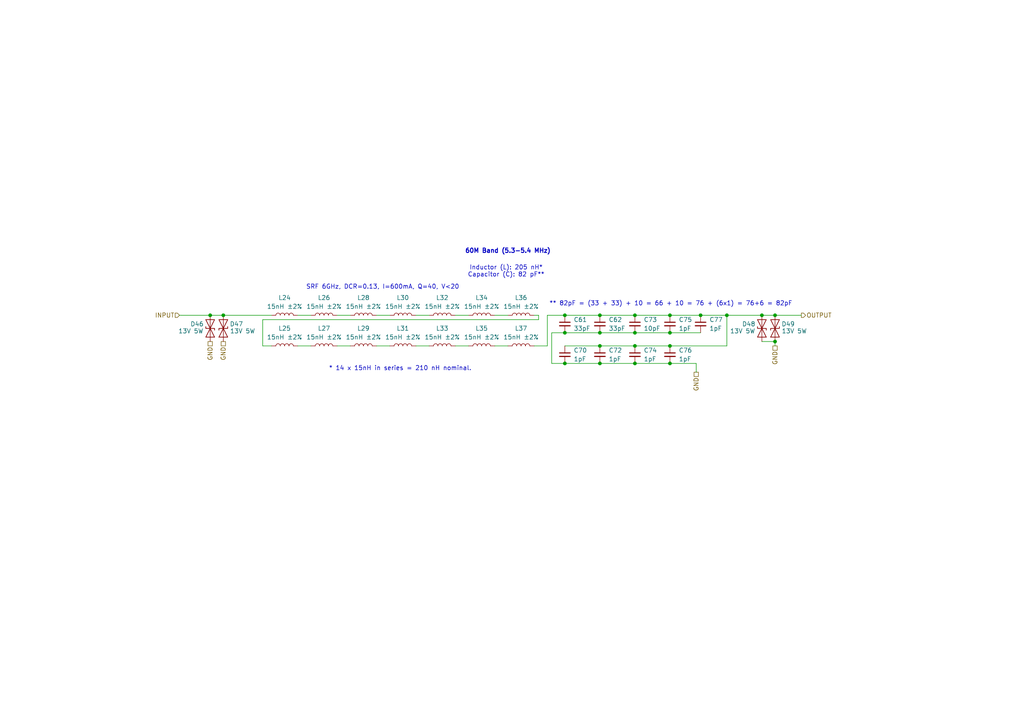
<source format=kicad_sch>
(kicad_sch (version 20231120) (generator "eeschema") (generator_version "8.0")
  (paper "A4")
  (lib_symbols
    (symbol "Device:C_Small" (pin_numbers hide) (pin_names (offset 0.254) hide)
      (property "Reference" "C" (at 0.254 1.778 0))
      (property "Value" "C_Small" (at 0.254 -2.032 0))
      (symbol "C_Small_0_1"
        (polyline (pts (xy -1.524 -0.508) (xy 1.524 -0.508)) (stroke (width 0.3302)))
        (polyline (pts (xy -1.524 0.508) (xy 1.524 0.508)) (stroke (width 0.3048)))
      )
      (symbol "C_Small_1_1"
        (pin passive line (at 0 2.54 270) (length 2.032) (name "~") (number "1"))
        (pin passive line (at 0 -2.54 90) (length 2.032) (name "~") (number "2"))
      )
    )
    (symbol "Device:L" (pin_numbers hide) (pin_names (offset 1.016) hide)
      (property "Reference" "L" (at -1.27 0 90))
      (property "Value" "L" (at 1.905 0 90))
      (symbol "L_0_1"
        (arc (start 0 -2.54) (mid 0.6323 -1.905) (end 0 -1.27))
        (arc (start 0 -1.27) (mid 0.6323 -0.635) (end 0 0))
        (arc (start 0 0) (mid 0.6323 0.635) (end 0 1.27))
        (arc (start 0 1.27) (mid 0.6323 1.905) (end 0 2.54))
      )
      (symbol "L_1_1"
        (pin passive line (at 0 3.81 270) (length 1.27) (name "1") (number "1"))
        (pin passive line (at 0 -3.81 90) (length 1.27) (name "2") (number "2"))
      )
    )
    (symbol "Diode:SD15_SOD323" (pin_numbers hide) (pin_names (offset 1.016) hide)
      (property "Reference" "D" (at 0 2.54 0))
      (property "Value" "SD15_SOD323" (at 0 -2.54 0))
      (symbol "SD15_SOD323_0_1"
        (polyline (pts (xy 1.27 0) (xy -1.27 0)))
        (polyline (pts (xy -2.54 -1.27) (xy 0 0) (xy -2.54 1.27) (xy -2.54 -1.27)) (stroke (width 0.2032)))
        (polyline (pts (xy 0.508 1.27) (xy 0 1.27) (xy 0 -1.27) (xy -0.508 -1.27)) (stroke (width 0.2032)))
        (polyline (pts (xy 2.54 1.27) (xy 2.54 -1.27) (xy 0 0) (xy 2.54 1.27)) (stroke (width 0.2032)))
      )
      (symbol "SD15_SOD323_1_1"
        (pin passive line (at -3.81 0 0) (length 2.54) (name "A1") (number "1"))
        (pin passive line (at 3.81 0 180) (length 2.54) (name "A2") (number "2"))
      )
    )
  )
  (junction (at 184.15 105.41))
  (junction (at 173.99 105.41))
  (junction (at 184.15 100.33))
  (junction (at 203.2 91.44))
  (junction (at 194.31 100.33))
  (junction (at 220.98 91.44))
  (junction (at 163.83 96.52))
  (junction (at 173.99 100.33))
  (junction (at 224.79 99.06))
  (junction (at 194.31 91.44))
  (junction (at 210.82 91.44))
  (junction (at 184.15 91.44))
  (junction (at 224.79 91.44))
  (junction (at 60.96 91.44))
  (junction (at 163.83 91.44))
  (junction (at 173.99 91.44))
  (junction (at 64.77 91.44))
  (junction (at 194.31 105.41))
  (junction (at 184.15 96.52))
  (junction (at 163.83 105.41))
  (junction (at 194.31 96.52))
  (junction (at 173.99 96.52))
  (wire (pts (xy 158.75 91.44) (xy 163.83 91.44)))
  (wire (pts (xy 109.22 91.44) (xy 113.03 91.44)))
  (wire (pts (xy 160.02 96.52) (xy 160.02 105.41)))
  (wire (pts (xy 97.79 100.33) (xy 101.6 100.33)))
  (wire (pts (xy 163.83 100.33) (xy 173.99 100.33)))
  (wire (pts (xy 163.83 96.52) (xy 173.99 96.52)))
  (wire (pts (xy 86.36 100.33) (xy 90.17 100.33)))
  (wire (pts (xy 52.07 91.44) (xy 60.96 91.44)))
  (wire (pts (xy 154.94 100.33) (xy 158.75 100.33)))
  (wire (pts (xy 194.31 96.52) (xy 203.2 96.52)))
  (wire (pts (xy 173.99 100.33) (xy 184.15 100.33)))
  (wire (pts (xy 64.77 91.44) (xy 78.74 91.44)))
  (wire (pts (xy 203.2 91.44) (xy 194.31 91.44)))
  (wire (pts (xy 194.31 100.33) (xy 210.82 100.33)))
  (wire (pts (xy 224.79 99.06) (xy 224.79 100.33)))
  (wire (pts (xy 194.31 91.44) (xy 184.15 91.44)))
  (wire (pts (xy 160.02 96.52) (xy 163.83 96.52)))
  (wire (pts (xy 173.99 105.41) (xy 184.15 105.41)))
  (wire (pts (xy 220.98 91.44) (xy 224.79 91.44)))
  (wire (pts (xy 60.96 91.44) (xy 64.77 91.44)))
  (wire (pts (xy 97.79 91.44) (xy 101.6 91.44)))
  (wire (pts (xy 132.08 91.44) (xy 135.89 91.44)))
  (wire (pts (xy 210.82 100.33) (xy 210.82 91.44)))
  (wire (pts (xy 109.22 100.33) (xy 113.03 100.33)))
  (wire (pts (xy 143.51 91.44) (xy 147.32 91.44)))
  (wire (pts (xy 184.15 105.41) (xy 194.31 105.41)))
  (wire (pts (xy 173.99 91.44) (xy 184.15 91.44)))
  (wire (pts (xy 173.99 96.52) (xy 184.15 96.52)))
  (wire (pts (xy 120.65 91.44) (xy 124.46 91.44)))
  (wire (pts (xy 201.93 105.41) (xy 201.93 107.95)))
  (wire (pts (xy 78.74 100.33) (xy 76.2 100.33)))
  (wire (pts (xy 86.36 91.44) (xy 90.17 91.44)))
  (wire (pts (xy 220.98 99.06) (xy 224.79 99.06)))
  (wire (pts (xy 132.08 100.33) (xy 135.89 100.33)))
  (wire (pts (xy 76.2 100.33) (xy 76.2 92.71)))
  (wire (pts (xy 184.15 96.52) (xy 194.31 96.52)))
  (wire (pts (xy 194.31 105.41) (xy 201.93 105.41)))
  (wire (pts (xy 160.02 105.41) (xy 163.83 105.41)))
  (wire (pts (xy 163.83 91.44) (xy 173.99 91.44)))
  (wire (pts (xy 156.21 91.44) (xy 154.94 91.44)))
  (wire (pts (xy 210.82 91.44) (xy 220.98 91.44)))
  (wire (pts (xy 120.65 100.33) (xy 124.46 100.33)))
  (wire (pts (xy 158.75 91.44) (xy 158.75 100.33)))
  (wire (pts (xy 156.21 92.71) (xy 156.21 91.44)))
  (wire (pts (xy 224.79 91.44) (xy 232.41 91.44)))
  (wire (pts (xy 184.15 100.33) (xy 194.31 100.33)))
  (wire (pts (xy 210.82 91.44) (xy 203.2 91.44)))
  (wire (pts (xy 163.83 105.41) (xy 173.99 105.41)))
  (wire (pts (xy 143.51 100.33) (xy 147.32 100.33)))
  (wire (pts (xy 76.2 92.71) (xy 156.21 92.71)))
  (text "SRF 6GHz, DCR=0.13, I=600mA, Q=40, V<20" (at 110.998 83.312 0) (effects (font (size 1.27 1.27))))
  (text "60M Band (5.3-5.4 MHz)" (at 147.32 72.898 0) (effects (font (size 1.27 1.27) (thickness 0.254) (bold yes))))
  (text "* 14 x 15nH in series = 210 nH nominal." (at 116.078 106.934 0) (effects (font (size 1.27 1.27))))
  (text "** 82pF = (33 + 33) + 10 = 66 + 10 = 76 + (6x1) = 76+6 = 82pF" (at 194.564 88.138 0) (effects (font (size 1.27 1.27))))
  (text "Inductor (L): 205 nH*\nCapacitor (C): 82 pF**" (at 146.812 78.74 0) (effects (font (size 1.27 1.27))))
  (hierarchical_label "GND" (shape passive) (at 201.93 107.95 270))
  (hierarchical_label "GND" (shape passive) (at 64.77 99.06 270))
  (hierarchical_label "GND" (shape passive) (at 224.79 100.33 270))
  (hierarchical_label "INPUT" (shape input) (at 52.07 91.44 180))
  (hierarchical_label "OUTPUT" (shape output) (at 232.41 91.44 0))
  (hierarchical_label "GND" (shape passive) (at 60.96 99.06 270))
  (symbol (lib_id "Device:C_Small") (at 173.99 93.98 0) (unit 1)
    (property "Reference" "C62" (at 176.53 92.7162 0) (effects (justify left)))
    (property "Value" "33pF" (at 176.53 95.2562 0) (effects (justify left)))
    (property "Footprint" "Capacitor_SMD:C_1206_3216Metric" (effects (hide yes)))
    (property "Datasheet" "https://wmsc.lcsc.com/wmsc/upload/file/pdf/v2/lcsc/2304140030_Murata-Electronics-GRM31A5C2J330JW01D_C415521.pdf" (effects (hide yes)))
    (property "Description" "630V 33pF C0G ±5% 1206 Multilayer Ceramic Capacitors MLCC - SMD/SMT ROHS" (effects (hide yes)))
    (property "LCSC Part #" "C415521" (effects (hide yes)))
    (property "MPN" "GRM31A5C2J330JW01D" (effects (hide yes)))
    (property "Manufacturer" "Murata" (effects (hide yes)))
  )
  (symbol (lib_id "Device:C_Small") (at 173.99 102.87 0) (unit 1)
    (property "Reference" "C72" (at 176.53 101.6062 0) (effects (justify left)))
    (property "Value" "1pF" (at 176.53 104.1462 0) (effects (justify left)))
    (property "Footprint" "Capacitor_SMD:C_1206_3216Metric" (effects (hide yes)))
    (property "Datasheet" "https://wmsc.lcsc.com/wmsc/upload/file/pdf/v2/lcsc/2304140030_FH--Guangdong-Fenghua-Advanced-Tech-1206CG1R0C500NT_C1891.pdf" (effects (hide yes)))
    (property "Description" "Unpolarized capacitor, small symbol" (effects (hide yes)))
    (property "LCSC Part #" "C1891" (effects (hide yes)))
    (property "MPN" "1206CG1R0C500NT" (effects (hide yes)))
    (property "Manufacturer" "Fenghua" (effects (hide yes)))
  )
  (symbol (lib_id "Device:L") (at 116.84 91.44 90) (unit 1)
    (property "Reference" "L30" (at 116.84 86.36 90))
    (property "Value" "15nH ±2%" (at 116.84 88.9 90))
    (property "Footprint" "Inductor_SMD:L_0603_1608Metric" (effects (hide yes)))
    (property "Datasheet" "https://wmsc.lcsc.com/wmsc/upload/file/pdf/v2/lcsc/1810311111_Murata-Electronics-LQW18AN15NG00D_C86132.pdf" (effects (hide yes)))
    (property "Description" "600mA 15nH ±2% 0603 Power Inductors ROHS" (effects (hide yes)))
    (property "LCSC Part #" "C86132" (effects (hide yes)))
    (property "MPN" "LQW18AN15NG00D" (effects (hide yes)))
    (property "Manufacturer" "Murata" (effects (hide yes)))
  )
  (symbol (lib_id "Device:L") (at 128.27 100.33 90) (unit 1)
    (property "Reference" "L33" (at 128.27 95.25 90))
    (property "Value" "15nH ±2%" (at 128.27 97.79 90))
    (property "Footprint" "Inductor_SMD:L_0603_1608Metric" (effects (hide yes)))
    (property "Datasheet" "https://wmsc.lcsc.com/wmsc/upload/file/pdf/v2/lcsc/1810311111_Murata-Electronics-LQW18AN15NG00D_C86132.pdf" (effects (hide yes)))
    (property "Description" "600mA 15nH ±2% 0603 Power Inductors ROHS" (effects (hide yes)))
    (property "LCSC Part #" "C86132" (effects (hide yes)))
    (property "MPN" "LQW18AN15NG00D" (effects (hide yes)))
    (property "Manufacturer" "Murata" (effects (hide yes)))
  )
  (symbol (lib_id "Diode:SD15_SOD323") (at 220.98 95.25 90) (unit 1)
    (property "Reference" "D48" (at 217.17 93.98 90))
    (property "Value" "13V 5W" (at 215.392 96.012 90))
    (property "Footprint" "Diode_SMD:D_0603_1608Metric" (effects (hide yes)))
    (property "Datasheet" "https://wmsc.lcsc.com/wmsc/upload/file/pdf/v2/lcsc/1912111437_DOWO-SMB5350B_C284082.pdf" (effects (hide yes)))
    (property "Description" "Independent Type 5W 13V SMB(DO-214AA) Zener Diodes ROHS" (effects (hide yes)))
    (property "LCSC Part #" "C284082" (effects (hide yes)))
    (property "MPN" "SMB5350B" (effects (hide yes)))
    (property "Manufacturer" "DOWO" (effects (hide yes)))
  )
  (symbol (lib_id "Diode:SD15_SOD323") (at 224.79 95.25 270) (mirror x) (unit 1)
    (property "Reference" "D49" (at 228.6 93.98 90))
    (property "Value" "13V 5W" (at 230.378 96.012 90))
    (property "Footprint" "Diode_SMD:D_0603_1608Metric" (effects (hide yes)))
    (property "Datasheet" "https://wmsc.lcsc.com/wmsc/upload/file/pdf/v2/lcsc/1912111437_DOWO-SMB5350B_C284082.pdf" (effects (hide yes)))
    (property "Description" "Independent Type 5W 13V SMB(DO-214AA) Zener Diodes ROHS" (effects (hide yes)))
    (property "LCSC Part #" "C284082" (effects (hide yes)))
    (property "MPN" "SMB5350B" (effects (hide yes)))
    (property "Manufacturer" "DOWO" (effects (hide yes)))
  )
  (symbol (lib_id "Device:L") (at 139.7 91.44 90) (unit 1)
    (property "Reference" "L34" (at 139.7 86.36 90))
    (property "Value" "15nH ±2%" (at 139.7 88.9 90))
    (property "Footprint" "Inductor_SMD:L_0603_1608Metric" (effects (hide yes)))
    (property "Datasheet" "https://wmsc.lcsc.com/wmsc/upload/file/pdf/v2/lcsc/1810311111_Murata-Electronics-LQW18AN15NG00D_C86132.pdf" (effects (hide yes)))
    (property "Description" "600mA 15nH ±2% 0603 Power Inductors ROHS" (effects (hide yes)))
    (property "LCSC Part #" "C86132" (effects (hide yes)))
    (property "MPN" "LQW18AN15NG00D" (effects (hide yes)))
    (property "Manufacturer" "Murata" (effects (hide yes)))
  )
  (symbol (lib_id "Device:L") (at 128.27 91.44 90) (unit 1)
    (property "Reference" "L32" (at 128.27 86.36 90))
    (property "Value" "15nH ±2%" (at 128.27 88.9 90))
    (property "Footprint" "Inductor_SMD:L_0603_1608Metric" (effects (hide yes)))
    (property "Datasheet" "https://wmsc.lcsc.com/wmsc/upload/file/pdf/v2/lcsc/1810311111_Murata-Electronics-LQW18AN15NG00D_C86132.pdf" (effects (hide yes)))
    (property "Description" "600mA 15nH ±2% 0603 Power Inductors ROHS" (effects (hide yes)))
    (property "LCSC Part #" "C86132" (effects (hide yes)))
    (property "MPN" "LQW18AN15NG00D" (effects (hide yes)))
    (property "Manufacturer" "Murata" (effects (hide yes)))
  )
  (symbol (lib_id "Diode:SD15_SOD323") (at 64.77 95.25 270) (mirror x) (unit 1)
    (property "Reference" "D47" (at 68.58 93.98 90))
    (property "Value" "13V 5W" (at 70.358 96.012 90))
    (property "Footprint" "Diode_SMD:D_0603_1608Metric" (effects (hide yes)))
    (property "Datasheet" "https://wmsc.lcsc.com/wmsc/upload/file/pdf/v2/lcsc/1912111437_DOWO-SMB5350B_C284082.pdf" (effects (hide yes)))
    (property "Description" "Independent Type 5W 13V SMB(DO-214AA) Zener Diodes ROHS" (effects (hide yes)))
    (property "LCSC Part #" "C284082" (effects (hide yes)))
    (property "MPN" "SMB5350B" (effects (hide yes)))
    (property "Manufacturer" "DOWO" (effects (hide yes)))
  )
  (symbol (lib_id "Device:L") (at 151.13 91.44 90) (unit 1)
    (property "Reference" "L36" (at 151.13 86.36 90))
    (property "Value" "15nH ±2%" (at 151.13 88.9 90))
    (property "Footprint" "Inductor_SMD:L_0603_1608Metric" (effects (hide yes)))
    (property "Datasheet" "https://wmsc.lcsc.com/wmsc/upload/file/pdf/v2/lcsc/1810311111_Murata-Electronics-LQW18AN15NG00D_C86132.pdf" (effects (hide yes)))
    (property "Description" "600mA 15nH ±2% 0603 Power Inductors ROHS" (effects (hide yes)))
    (property "LCSC Part #" "C86132" (effects (hide yes)))
    (property "MPN" "LQW18AN15NG00D" (effects (hide yes)))
    (property "Manufacturer" "Murata" (effects (hide yes)))
  )
  (symbol (lib_id "Device:C_Small") (at 184.15 102.87 0) (unit 1)
    (property "Reference" "C74" (at 186.69 101.6062 0) (effects (justify left)))
    (property "Value" "1pF" (at 186.69 104.1462 0) (effects (justify left)))
    (property "Footprint" "Capacitor_SMD:C_1206_3216Metric" (effects (hide yes)))
    (property "Datasheet" "https://wmsc.lcsc.com/wmsc/upload/file/pdf/v2/lcsc/2304140030_FH--Guangdong-Fenghua-Advanced-Tech-1206CG1R0C500NT_C1891.pdf" (effects (hide yes)))
    (property "Description" "Unpolarized capacitor, small symbol" (effects (hide yes)))
    (property "LCSC Part #" "C1891" (effects (hide yes)))
    (property "MPN" "1206CG1R0C500NT" (effects (hide yes)))
    (property "Manufacturer" "Fenghua" (effects (hide yes)))
  )
  (symbol (lib_id "Device:C_Small") (at 184.15 93.98 0) (unit 1)
    (property "Reference" "C73" (at 186.69 92.7162 0) (effects (justify left)))
    (property "Value" "10pF" (at 186.69 95.2562 0) (effects (justify left)))
    (property "Footprint" "Capacitor_SMD:C_1206_3216Metric" (effects (hide yes)))
    (property "Datasheet" "https://wmsc.lcsc.com/wmsc/upload/file/pdf/v2/lcsc/2304140030_CCTC-TCC1206COG100J102DT_C377014.pdf" (effects (hide yes)))
    (property "Description" "1kV 10pF C0G ±5% 1206 Multilayer Ceramic Capacitors MLCC - SMD/SMT ROHS" (effects (hide yes)))
    (property "LCSC Part #" "C377014" (effects (hide yes)))
    (property "MPN" "TCC1206COG100J102DT" (effects (hide yes)))
    (property "Manufacturer" "CCTC" (effects (hide yes)))
  )
  (symbol (lib_id "Device:L") (at 105.41 91.44 90) (unit 1)
    (property "Reference" "L28" (at 105.41 86.36 90))
    (property "Value" "15nH ±2%" (at 105.41 88.9 90))
    (property "Footprint" "Inductor_SMD:L_0603_1608Metric" (effects (hide yes)))
    (property "Datasheet" "https://wmsc.lcsc.com/wmsc/upload/file/pdf/v2/lcsc/1810311111_Murata-Electronics-LQW18AN15NG00D_C86132.pdf" (effects (hide yes)))
    (property "Description" "600mA 15nH ±2% 0603 Power Inductors ROHS" (effects (hide yes)))
    (property "LCSC Part #" "C86132" (effects (hide yes)))
    (property "MPN" "LQW18AN15NG00D" (effects (hide yes)))
    (property "Manufacturer" "Murata" (effects (hide yes)))
  )
  (symbol (lib_id "Device:L") (at 82.55 91.44 90) (unit 1)
    (property "Reference" "L8" (at 82.55 86.36 90))
    (property "Value" "15nH ±2%" (at 82.55 88.9 90))
    (property "Footprint" "Inductor_SMD:L_0603_1608Metric" (effects (hide yes)))
    (property "Datasheet" "https://wmsc.lcsc.com/wmsc/upload/file/pdf/v2/lcsc/1810311111_Murata-Electronics-LQW18AN15NG00D_C86132.pdf" (effects (hide yes)))
    (property "Description" "600mA 15nH ±2% 0603 Power Inductors ROHS" (effects (hide yes)))
    (property "LCSC Part #" "C86132" (effects (hide yes)))
    (property "MPN" "LQW18AN15NG00D" (effects (hide yes)))
    (property "Manufacturer" "Murata" (effects (hide yes)))
    (instances (project "adxi" (path "" (reference "L24") (unit 1)) (path "" (reference "L8") (unit 1))))
  )
  (symbol (lib_id "Device:L") (at 105.41 100.33 90) (unit 1)
    (property "Reference" "L29" (at 105.41 95.25 90))
    (property "Value" "15nH ±2%" (at 105.41 97.79 90))
    (property "Footprint" "Inductor_SMD:L_0603_1608Metric" (effects (hide yes)))
    (property "Datasheet" "https://wmsc.lcsc.com/wmsc/upload/file/pdf/v2/lcsc/1810311111_Murata-Electronics-LQW18AN15NG00D_C86132.pdf" (effects (hide yes)))
    (property "Description" "600mA 15nH ±2% 0603 Power Inductors ROHS" (effects (hide yes)))
    (property "LCSC Part #" "C86132" (effects (hide yes)))
    (property "MPN" "LQW18AN15NG00D" (effects (hide yes)))
    (property "Manufacturer" "Murata" (effects (hide yes)))
  )
  (symbol (lib_id "Device:C_Small") (at 194.31 102.87 0) (unit 1)
    (property "Reference" "C76" (at 196.85 101.6062 0) (effects (justify left)))
    (property "Value" "1pF" (at 196.85 104.1462 0) (effects (justify left)))
    (property "Footprint" "Capacitor_SMD:C_1206_3216Metric" (effects (hide yes)))
    (property "Datasheet" "https://wmsc.lcsc.com/wmsc/upload/file/pdf/v2/lcsc/2304140030_FH--Guangdong-Fenghua-Advanced-Tech-1206CG1R0C500NT_C1891.pdf" (effects (hide yes)))
    (property "Description" "Unpolarized capacitor, small symbol" (effects (hide yes)))
    (property "LCSC Part #" "C1891" (effects (hide yes)))
    (property "MPN" "1206CG1R0C500NT" (effects (hide yes)))
    (property "Manufacturer" "Fenghua" (effects (hide yes)))
  )
  (symbol (lib_id "Device:C_Small") (at 203.2 93.98 0) (unit 1)
    (property "Reference" "C77" (at 205.74 92.7162 0) (effects (justify left)))
    (property "Value" "1pF" (at 205.74 95.2562 0) (effects (justify left)))
    (property "Footprint" "Capacitor_SMD:C_1206_3216Metric" (effects (hide yes)))
    (property "Datasheet" "https://wmsc.lcsc.com/wmsc/upload/file/pdf/v2/lcsc/2304140030_FH--Guangdong-Fenghua-Advanced-Tech-1206CG1R0C500NT_C1891.pdf" (effects (hide yes)))
    (property "Description" "Unpolarized capacitor, small symbol" (effects (hide yes)))
    (property "LCSC Part #" "C1891" (effects (hide yes)))
    (property "MPN" "1206CG1R0C500NT" (effects (hide yes)))
    (property "Manufacturer" "Fenghua" (effects (hide yes)))
  )
  (symbol (lib_id "Device:L") (at 139.7 100.33 90) (unit 1)
    (property "Reference" "L35" (at 139.7 95.25 90))
    (property "Value" "15nH ±2%" (at 139.7 97.79 90))
    (property "Footprint" "Inductor_SMD:L_0603_1608Metric" (effects (hide yes)))
    (property "Datasheet" "https://wmsc.lcsc.com/wmsc/upload/file/pdf/v2/lcsc/1810311111_Murata-Electronics-LQW18AN15NG00D_C86132.pdf" (effects (hide yes)))
    (property "Description" "600mA 15nH ±2% 0603 Power Inductors ROHS" (effects (hide yes)))
    (property "LCSC Part #" "C86132" (effects (hide yes)))
    (property "MPN" "LQW18AN15NG00D" (effects (hide yes)))
    (property "Manufacturer" "Murata" (effects (hide yes)))
  )
  (symbol (lib_id "Diode:SD15_SOD323") (at 60.96 95.25 90) (unit 1)
    (property "Reference" "D46" (at 57.15 93.98 90))
    (property "Value" "13V 5W" (at 55.372 96.012 90))
    (property "Footprint" "Diode_SMD:D_0603_1608Metric" (effects (hide yes)))
    (property "Datasheet" "https://wmsc.lcsc.com/wmsc/upload/file/pdf/v2/lcsc/1912111437_DOWO-SMB5350B_C284082.pdf" (effects (hide yes)))
    (property "Description" "Independent Type 5W 13V SMB(DO-214AA) Zener Diodes ROHS" (effects (hide yes)))
    (property "LCSC Part #" "C284082" (effects (hide yes)))
    (property "MPN" "SMB5350B" (effects (hide yes)))
    (property "Manufacturer" "DOWO" (effects (hide yes)))
  )
  (symbol (lib_id "Device:C_Small") (at 194.31 93.98 0) (unit 1)
    (property "Reference" "C75" (at 196.85 92.7162 0) (effects (justify left)))
    (property "Value" "1pF" (at 196.85 95.2562 0) (effects (justify left)))
    (property "Footprint" "Capacitor_SMD:C_1206_3216Metric" (effects (hide yes)))
    (property "Datasheet" "https://wmsc.lcsc.com/wmsc/upload/file/pdf/v2/lcsc/2304140030_FH--Guangdong-Fenghua-Advanced-Tech-1206CG1R0C500NT_C1891.pdf" (effects (hide yes)))
    (property "Description" "Unpolarized capacitor, small symbol" (effects (hide yes)))
    (property "LCSC Part #" "C1891" (effects (hide yes)))
    (property "MPN" "1206CG1R0C500NT" (effects (hide yes)))
    (property "Manufacturer" "Fenghua" (effects (hide yes)))
  )
  (symbol (lib_id "Device:C_Small") (at 163.83 102.87 0) (unit 1)
    (property "Reference" "C70" (at 166.37 101.6062 0) (effects (justify left)))
    (property "Value" "1pF" (at 166.37 104.1462 0) (effects (justify left)))
    (property "Footprint" "Capacitor_SMD:C_1206_3216Metric" (effects (hide yes)))
    (property "Datasheet" "https://wmsc.lcsc.com/wmsc/upload/file/pdf/v2/lcsc/2304140030_FH--Guangdong-Fenghua-Advanced-Tech-1206CG1R0C500NT_C1891.pdf" (effects (hide yes)))
    (property "Description" "Unpolarized capacitor, small symbol" (effects (hide yes)))
    (property "LCSC Part #" "C1891" (effects (hide yes)))
    (property "MPN" "1206CG1R0C500NT" (effects (hide yes)))
    (property "Manufacturer" "Fenghua" (effects (hide yes)))
  )
  (symbol (lib_id "Device:L") (at 116.84 100.33 90) (unit 1)
    (property "Reference" "L31" (at 116.84 95.25 90))
    (property "Value" "15nH ±2%" (at 116.84 97.79 90))
    (property "Footprint" "Inductor_SMD:L_0603_1608Metric" (effects (hide yes)))
    (property "Datasheet" "https://wmsc.lcsc.com/wmsc/upload/file/pdf/v2/lcsc/1810311111_Murata-Electronics-LQW18AN15NG00D_C86132.pdf" (effects (hide yes)))
    (property "Description" "600mA 15nH ±2% 0603 Power Inductors ROHS" (effects (hide yes)))
    (property "LCSC Part #" "C86132" (effects (hide yes)))
    (property "MPN" "LQW18AN15NG00D" (effects (hide yes)))
    (property "Manufacturer" "Murata" (effects (hide yes)))
  )
  (symbol (lib_id "Device:L") (at 82.55 100.33 90) (unit 1)
    (property "Reference" "L25" (at 82.55 95.25 90))
    (property "Value" "15nH ±2%" (at 82.55 97.79 90))
    (property "Footprint" "Inductor_SMD:L_0603_1608Metric" (effects (hide yes)))
    (property "Datasheet" "https://wmsc.lcsc.com/wmsc/upload/file/pdf/v2/lcsc/1810311111_Murata-Electronics-LQW18AN15NG00D_C86132.pdf" (effects (hide yes)))
    (property "Description" "600mA 15nH ±2% 0603 Power Inductors ROHS" (effects (hide yes)))
    (property "LCSC Part #" "C86132" (effects (hide yes)))
    (property "MPN" "LQW18AN15NG00D" (effects (hide yes)))
    (property "Manufacturer" "Murata" (effects (hide yes)))
  )
  (symbol (lib_id "Device:L") (at 93.98 100.33 90) (unit 1)
    (property "Reference" "L27" (at 93.98 95.25 90))
    (property "Value" "15nH ±2%" (at 93.98 97.79 90))
    (property "Footprint" "Inductor_SMD:L_0603_1608Metric" (effects (hide yes)))
    (property "Datasheet" "https://wmsc.lcsc.com/wmsc/upload/file/pdf/v2/lcsc/1810311111_Murata-Electronics-LQW18AN15NG00D_C86132.pdf" (effects (hide yes)))
    (property "Description" "600mA 15nH ±2% 0603 Power Inductors ROHS" (effects (hide yes)))
    (property "LCSC Part #" "C86132" (effects (hide yes)))
    (property "MPN" "LQW18AN15NG00D" (effects (hide yes)))
    (property "Manufacturer" "Murata" (effects (hide yes)))
  )
  (symbol (lib_id "Device:L") (at 151.13 100.33 90) (unit 1)
    (property "Reference" "L37" (at 151.13 95.25 90))
    (property "Value" "15nH ±2%" (at 151.13 97.79 90))
    (property "Footprint" "Inductor_SMD:L_0603_1608Metric" (effects (hide yes)))
    (property "Datasheet" "https://wmsc.lcsc.com/wmsc/upload/file/pdf/v2/lcsc/1810311111_Murata-Electronics-LQW18AN15NG00D_C86132.pdf" (effects (hide yes)))
    (property "Description" "600mA 15nH ±2% 0603 Power Inductors ROHS" (effects (hide yes)))
    (property "LCSC Part #" "C86132" (effects (hide yes)))
    (property "MPN" "LQW18AN15NG00D" (effects (hide yes)))
    (property "Manufacturer" "Murata" (effects (hide yes)))
  )
  (symbol (lib_id "Device:L") (at 93.98 91.44 90) (unit 1)
    (property "Reference" "L26" (at 93.98 86.36 90))
    (property "Value" "15nH ±2%" (at 93.98 88.9 90))
    (property "Footprint" "Inductor_SMD:L_0603_1608Metric" (effects (hide yes)))
    (property "Datasheet" "https://wmsc.lcsc.com/wmsc/upload/file/pdf/v2/lcsc/1810311111_Murata-Electronics-LQW18AN15NG00D_C86132.pdf" (effects (hide yes)))
    (property "Description" "600mA 15nH ±2% 0603 Power Inductors ROHS" (effects (hide yes)))
    (property "LCSC Part #" "C86132" (effects (hide yes)))
    (property "MPN" "LQW18AN15NG00D" (effects (hide yes)))
    (property "Manufacturer" "Murata" (effects (hide yes)))
  )
  (symbol (lib_id "Device:C_Small") (at 163.83 93.98 0) (unit 1)
    (property "Reference" "C61" (at 166.37 92.7162 0) (effects (justify left)))
    (property "Value" "33pF" (at 166.37 95.2562 0) (effects (justify left)))
    (property "Footprint" "Capacitor_SMD:C_1206_3216Metric" (effects (hide yes)))
    (property "Datasheet" "https://wmsc.lcsc.com/wmsc/upload/file/pdf/v2/lcsc/2304140030_Murata-Electronics-GRM31A5C2J330JW01D_C415521.pdf" (effects (hide yes)))
    (property "Description" "630V 33pF C0G ±5% 1206 Multilayer Ceramic Capacitors MLCC - SMD/SMT ROHS" (effects (hide yes)))
    (property "LCSC Part #" "C415521" (effects (hide yes)))
    (property "MPN" "GRM31A5C2J330JW01D" (effects (hide yes)))
    (property "Manufacturer" "Murata" (effects (hide yes)))
  )
)
</source>
